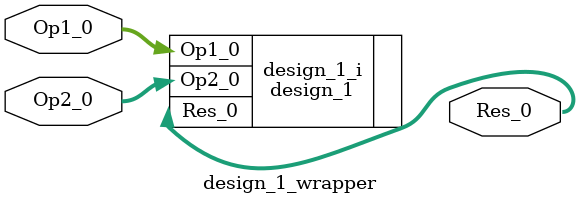
<source format=v>
`timescale 1 ps / 1 ps

module design_1_wrapper
   (Op1_0,
    Op2_0,
    Res_0);
  input [7:0]Op1_0;
  input [7:0]Op2_0;
  output [7:0]Res_0;

  wire [7:0]Op1_0;
  wire [7:0]Op2_0;
  wire [7:0]Res_0;

  design_1 design_1_i
       (.Op1_0(Op1_0),
        .Op2_0(Op2_0),
        .Res_0(Res_0));
endmodule

</source>
